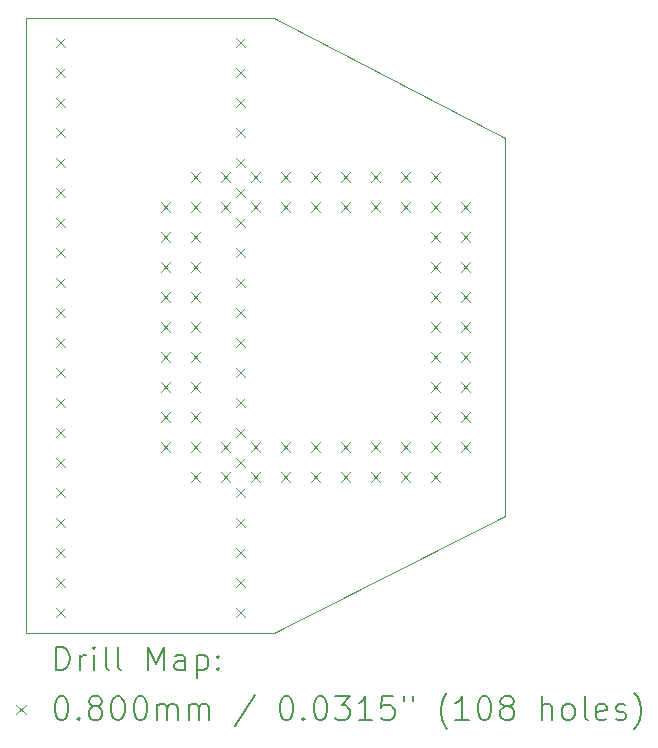
<source format=gbr>
%FSLAX45Y45*%
G04 Gerber Fmt 4.5, Leading zero omitted, Abs format (unit mm)*
G04 Created by KiCad (PCBNEW (6.0.0)) date 2023-01-29 20:41:18*
%MOMM*%
%LPD*%
G01*
G04 APERTURE LIST*
%TA.AperFunction,Profile*%
%ADD10C,0.100000*%
%TD*%
%ADD11C,0.200000*%
%ADD12C,0.080000*%
G04 APERTURE END LIST*
D10*
X11722100Y-9855200D02*
X13817600Y-9855200D01*
X15773400Y-8864600D02*
X13817600Y-9855200D01*
X11722100Y-4648200D02*
X11722100Y-8140700D01*
X13817600Y-4648200D02*
X11722100Y-4648200D01*
X15773400Y-5664200D02*
X15773400Y-8864600D01*
X13817600Y-4648200D02*
X15773400Y-5664200D01*
X11722100Y-8140700D02*
X11722100Y-9855200D01*
D11*
D12*
X11971600Y-4813150D02*
X12051600Y-4893150D01*
X12051600Y-4813150D02*
X11971600Y-4893150D01*
X11971600Y-5067150D02*
X12051600Y-5147150D01*
X12051600Y-5067150D02*
X11971600Y-5147150D01*
X11971600Y-5321150D02*
X12051600Y-5401150D01*
X12051600Y-5321150D02*
X11971600Y-5401150D01*
X11971600Y-5575150D02*
X12051600Y-5655150D01*
X12051600Y-5575150D02*
X11971600Y-5655150D01*
X11971600Y-5829150D02*
X12051600Y-5909150D01*
X12051600Y-5829150D02*
X11971600Y-5909150D01*
X11971600Y-6083150D02*
X12051600Y-6163150D01*
X12051600Y-6083150D02*
X11971600Y-6163150D01*
X11971600Y-6337150D02*
X12051600Y-6417150D01*
X12051600Y-6337150D02*
X11971600Y-6417150D01*
X11971600Y-6591150D02*
X12051600Y-6671150D01*
X12051600Y-6591150D02*
X11971600Y-6671150D01*
X11971600Y-6845150D02*
X12051600Y-6925150D01*
X12051600Y-6845150D02*
X11971600Y-6925150D01*
X11971600Y-7099150D02*
X12051600Y-7179150D01*
X12051600Y-7099150D02*
X11971600Y-7179150D01*
X11971600Y-7353150D02*
X12051600Y-7433150D01*
X12051600Y-7353150D02*
X11971600Y-7433150D01*
X11971600Y-7607150D02*
X12051600Y-7687150D01*
X12051600Y-7607150D02*
X11971600Y-7687150D01*
X11971600Y-7861150D02*
X12051600Y-7941150D01*
X12051600Y-7861150D02*
X11971600Y-7941150D01*
X11971600Y-8115150D02*
X12051600Y-8195150D01*
X12051600Y-8115150D02*
X11971600Y-8195150D01*
X11971600Y-8369150D02*
X12051600Y-8449150D01*
X12051600Y-8369150D02*
X11971600Y-8449150D01*
X11971600Y-8623150D02*
X12051600Y-8703150D01*
X12051600Y-8623150D02*
X11971600Y-8703150D01*
X11971600Y-8877150D02*
X12051600Y-8957150D01*
X12051600Y-8877150D02*
X11971600Y-8957150D01*
X11971600Y-9131150D02*
X12051600Y-9211150D01*
X12051600Y-9131150D02*
X11971600Y-9211150D01*
X11971600Y-9385150D02*
X12051600Y-9465150D01*
X12051600Y-9385150D02*
X11971600Y-9465150D01*
X11971600Y-9639150D02*
X12051600Y-9719150D01*
X12051600Y-9639150D02*
X11971600Y-9719150D01*
X12863200Y-6208400D02*
X12943200Y-6288400D01*
X12943200Y-6208400D02*
X12863200Y-6288400D01*
X12863200Y-6462400D02*
X12943200Y-6542400D01*
X12943200Y-6462400D02*
X12863200Y-6542400D01*
X12863200Y-6716400D02*
X12943200Y-6796400D01*
X12943200Y-6716400D02*
X12863200Y-6796400D01*
X12863200Y-6970400D02*
X12943200Y-7050400D01*
X12943200Y-6970400D02*
X12863200Y-7050400D01*
X12863200Y-7224400D02*
X12943200Y-7304400D01*
X12943200Y-7224400D02*
X12863200Y-7304400D01*
X12863200Y-7478400D02*
X12943200Y-7558400D01*
X12943200Y-7478400D02*
X12863200Y-7558400D01*
X12863200Y-7732400D02*
X12943200Y-7812400D01*
X12943200Y-7732400D02*
X12863200Y-7812400D01*
X12863200Y-7986400D02*
X12943200Y-8066400D01*
X12943200Y-7986400D02*
X12863200Y-8066400D01*
X12863200Y-8240400D02*
X12943200Y-8320400D01*
X12943200Y-8240400D02*
X12863200Y-8320400D01*
X13117200Y-5954400D02*
X13197200Y-6034400D01*
X13197200Y-5954400D02*
X13117200Y-6034400D01*
X13117200Y-6208400D02*
X13197200Y-6288400D01*
X13197200Y-6208400D02*
X13117200Y-6288400D01*
X13117200Y-6462400D02*
X13197200Y-6542400D01*
X13197200Y-6462400D02*
X13117200Y-6542400D01*
X13117200Y-6716400D02*
X13197200Y-6796400D01*
X13197200Y-6716400D02*
X13117200Y-6796400D01*
X13117200Y-6970400D02*
X13197200Y-7050400D01*
X13197200Y-6970400D02*
X13117200Y-7050400D01*
X13117200Y-7224400D02*
X13197200Y-7304400D01*
X13197200Y-7224400D02*
X13117200Y-7304400D01*
X13117200Y-7478400D02*
X13197200Y-7558400D01*
X13197200Y-7478400D02*
X13117200Y-7558400D01*
X13117200Y-7732400D02*
X13197200Y-7812400D01*
X13197200Y-7732400D02*
X13117200Y-7812400D01*
X13117200Y-7986400D02*
X13197200Y-8066400D01*
X13197200Y-7986400D02*
X13117200Y-8066400D01*
X13117200Y-8240400D02*
X13197200Y-8320400D01*
X13197200Y-8240400D02*
X13117200Y-8320400D01*
X13117200Y-8494400D02*
X13197200Y-8574400D01*
X13197200Y-8494400D02*
X13117200Y-8574400D01*
X13371200Y-5954400D02*
X13451200Y-6034400D01*
X13451200Y-5954400D02*
X13371200Y-6034400D01*
X13371200Y-6208400D02*
X13451200Y-6288400D01*
X13451200Y-6208400D02*
X13371200Y-6288400D01*
X13371200Y-8240400D02*
X13451200Y-8320400D01*
X13451200Y-8240400D02*
X13371200Y-8320400D01*
X13371200Y-8494400D02*
X13451200Y-8574400D01*
X13451200Y-8494400D02*
X13371200Y-8574400D01*
X13495600Y-4813150D02*
X13575600Y-4893150D01*
X13575600Y-4813150D02*
X13495600Y-4893150D01*
X13495600Y-5067150D02*
X13575600Y-5147150D01*
X13575600Y-5067150D02*
X13495600Y-5147150D01*
X13495600Y-5321150D02*
X13575600Y-5401150D01*
X13575600Y-5321150D02*
X13495600Y-5401150D01*
X13495600Y-5575150D02*
X13575600Y-5655150D01*
X13575600Y-5575150D02*
X13495600Y-5655150D01*
X13495600Y-5829150D02*
X13575600Y-5909150D01*
X13575600Y-5829150D02*
X13495600Y-5909150D01*
X13495600Y-6083150D02*
X13575600Y-6163150D01*
X13575600Y-6083150D02*
X13495600Y-6163150D01*
X13495600Y-6337150D02*
X13575600Y-6417150D01*
X13575600Y-6337150D02*
X13495600Y-6417150D01*
X13495600Y-6591150D02*
X13575600Y-6671150D01*
X13575600Y-6591150D02*
X13495600Y-6671150D01*
X13495600Y-6845150D02*
X13575600Y-6925150D01*
X13575600Y-6845150D02*
X13495600Y-6925150D01*
X13495600Y-7099150D02*
X13575600Y-7179150D01*
X13575600Y-7099150D02*
X13495600Y-7179150D01*
X13495600Y-7353150D02*
X13575600Y-7433150D01*
X13575600Y-7353150D02*
X13495600Y-7433150D01*
X13495600Y-7607150D02*
X13575600Y-7687150D01*
X13575600Y-7607150D02*
X13495600Y-7687150D01*
X13495600Y-7861150D02*
X13575600Y-7941150D01*
X13575600Y-7861150D02*
X13495600Y-7941150D01*
X13495600Y-8115150D02*
X13575600Y-8195150D01*
X13575600Y-8115150D02*
X13495600Y-8195150D01*
X13495600Y-8369150D02*
X13575600Y-8449150D01*
X13575600Y-8369150D02*
X13495600Y-8449150D01*
X13495600Y-8623150D02*
X13575600Y-8703150D01*
X13575600Y-8623150D02*
X13495600Y-8703150D01*
X13495600Y-8877150D02*
X13575600Y-8957150D01*
X13575600Y-8877150D02*
X13495600Y-8957150D01*
X13495600Y-9131150D02*
X13575600Y-9211150D01*
X13575600Y-9131150D02*
X13495600Y-9211150D01*
X13495600Y-9385150D02*
X13575600Y-9465150D01*
X13575600Y-9385150D02*
X13495600Y-9465150D01*
X13495600Y-9639150D02*
X13575600Y-9719150D01*
X13575600Y-9639150D02*
X13495600Y-9719150D01*
X13625200Y-5954400D02*
X13705200Y-6034400D01*
X13705200Y-5954400D02*
X13625200Y-6034400D01*
X13625200Y-6208400D02*
X13705200Y-6288400D01*
X13705200Y-6208400D02*
X13625200Y-6288400D01*
X13625200Y-8240400D02*
X13705200Y-8320400D01*
X13705200Y-8240400D02*
X13625200Y-8320400D01*
X13625200Y-8494400D02*
X13705200Y-8574400D01*
X13705200Y-8494400D02*
X13625200Y-8574400D01*
X13879200Y-5954400D02*
X13959200Y-6034400D01*
X13959200Y-5954400D02*
X13879200Y-6034400D01*
X13879200Y-6208400D02*
X13959200Y-6288400D01*
X13959200Y-6208400D02*
X13879200Y-6288400D01*
X13879200Y-8240400D02*
X13959200Y-8320400D01*
X13959200Y-8240400D02*
X13879200Y-8320400D01*
X13879200Y-8494400D02*
X13959200Y-8574400D01*
X13959200Y-8494400D02*
X13879200Y-8574400D01*
X14133200Y-5954400D02*
X14213200Y-6034400D01*
X14213200Y-5954400D02*
X14133200Y-6034400D01*
X14133200Y-6208400D02*
X14213200Y-6288400D01*
X14213200Y-6208400D02*
X14133200Y-6288400D01*
X14133200Y-8240400D02*
X14213200Y-8320400D01*
X14213200Y-8240400D02*
X14133200Y-8320400D01*
X14133200Y-8494400D02*
X14213200Y-8574400D01*
X14213200Y-8494400D02*
X14133200Y-8574400D01*
X14387200Y-5954400D02*
X14467200Y-6034400D01*
X14467200Y-5954400D02*
X14387200Y-6034400D01*
X14387200Y-6208400D02*
X14467200Y-6288400D01*
X14467200Y-6208400D02*
X14387200Y-6288400D01*
X14387200Y-8240400D02*
X14467200Y-8320400D01*
X14467200Y-8240400D02*
X14387200Y-8320400D01*
X14387200Y-8494400D02*
X14467200Y-8574400D01*
X14467200Y-8494400D02*
X14387200Y-8574400D01*
X14641200Y-5954400D02*
X14721200Y-6034400D01*
X14721200Y-5954400D02*
X14641200Y-6034400D01*
X14641200Y-6208400D02*
X14721200Y-6288400D01*
X14721200Y-6208400D02*
X14641200Y-6288400D01*
X14641200Y-8240400D02*
X14721200Y-8320400D01*
X14721200Y-8240400D02*
X14641200Y-8320400D01*
X14641200Y-8494400D02*
X14721200Y-8574400D01*
X14721200Y-8494400D02*
X14641200Y-8574400D01*
X14895200Y-5954400D02*
X14975200Y-6034400D01*
X14975200Y-5954400D02*
X14895200Y-6034400D01*
X14895200Y-6208400D02*
X14975200Y-6288400D01*
X14975200Y-6208400D02*
X14895200Y-6288400D01*
X14895200Y-8240400D02*
X14975200Y-8320400D01*
X14975200Y-8240400D02*
X14895200Y-8320400D01*
X14895200Y-8494400D02*
X14975200Y-8574400D01*
X14975200Y-8494400D02*
X14895200Y-8574400D01*
X15149200Y-5954400D02*
X15229200Y-6034400D01*
X15229200Y-5954400D02*
X15149200Y-6034400D01*
X15149200Y-6208400D02*
X15229200Y-6288400D01*
X15229200Y-6208400D02*
X15149200Y-6288400D01*
X15149200Y-6462400D02*
X15229200Y-6542400D01*
X15229200Y-6462400D02*
X15149200Y-6542400D01*
X15149200Y-6716400D02*
X15229200Y-6796400D01*
X15229200Y-6716400D02*
X15149200Y-6796400D01*
X15149200Y-6970400D02*
X15229200Y-7050400D01*
X15229200Y-6970400D02*
X15149200Y-7050400D01*
X15149200Y-7224400D02*
X15229200Y-7304400D01*
X15229200Y-7224400D02*
X15149200Y-7304400D01*
X15149200Y-7478400D02*
X15229200Y-7558400D01*
X15229200Y-7478400D02*
X15149200Y-7558400D01*
X15149200Y-7732400D02*
X15229200Y-7812400D01*
X15229200Y-7732400D02*
X15149200Y-7812400D01*
X15149200Y-7986400D02*
X15229200Y-8066400D01*
X15229200Y-7986400D02*
X15149200Y-8066400D01*
X15149200Y-8240400D02*
X15229200Y-8320400D01*
X15229200Y-8240400D02*
X15149200Y-8320400D01*
X15149200Y-8494400D02*
X15229200Y-8574400D01*
X15229200Y-8494400D02*
X15149200Y-8574400D01*
X15403200Y-6208400D02*
X15483200Y-6288400D01*
X15483200Y-6208400D02*
X15403200Y-6288400D01*
X15403200Y-6462400D02*
X15483200Y-6542400D01*
X15483200Y-6462400D02*
X15403200Y-6542400D01*
X15403200Y-6716400D02*
X15483200Y-6796400D01*
X15483200Y-6716400D02*
X15403200Y-6796400D01*
X15403200Y-6970400D02*
X15483200Y-7050400D01*
X15483200Y-6970400D02*
X15403200Y-7050400D01*
X15403200Y-7224400D02*
X15483200Y-7304400D01*
X15483200Y-7224400D02*
X15403200Y-7304400D01*
X15403200Y-7478400D02*
X15483200Y-7558400D01*
X15483200Y-7478400D02*
X15403200Y-7558400D01*
X15403200Y-7732400D02*
X15483200Y-7812400D01*
X15483200Y-7732400D02*
X15403200Y-7812400D01*
X15403200Y-7986400D02*
X15483200Y-8066400D01*
X15483200Y-7986400D02*
X15403200Y-8066400D01*
X15403200Y-8240400D02*
X15483200Y-8320400D01*
X15483200Y-8240400D02*
X15403200Y-8320400D01*
D11*
X11974719Y-10170676D02*
X11974719Y-9970676D01*
X12022338Y-9970676D01*
X12050909Y-9980200D01*
X12069957Y-9999248D01*
X12079481Y-10018295D01*
X12089005Y-10056390D01*
X12089005Y-10084962D01*
X12079481Y-10123057D01*
X12069957Y-10142105D01*
X12050909Y-10161152D01*
X12022338Y-10170676D01*
X11974719Y-10170676D01*
X12174719Y-10170676D02*
X12174719Y-10037343D01*
X12174719Y-10075438D02*
X12184243Y-10056390D01*
X12193767Y-10046867D01*
X12212814Y-10037343D01*
X12231862Y-10037343D01*
X12298528Y-10170676D02*
X12298528Y-10037343D01*
X12298528Y-9970676D02*
X12289005Y-9980200D01*
X12298528Y-9989724D01*
X12308052Y-9980200D01*
X12298528Y-9970676D01*
X12298528Y-9989724D01*
X12422338Y-10170676D02*
X12403290Y-10161152D01*
X12393767Y-10142105D01*
X12393767Y-9970676D01*
X12527100Y-10170676D02*
X12508052Y-10161152D01*
X12498528Y-10142105D01*
X12498528Y-9970676D01*
X12755671Y-10170676D02*
X12755671Y-9970676D01*
X12822338Y-10113533D01*
X12889005Y-9970676D01*
X12889005Y-10170676D01*
X13069957Y-10170676D02*
X13069957Y-10065914D01*
X13060433Y-10046867D01*
X13041386Y-10037343D01*
X13003290Y-10037343D01*
X12984243Y-10046867D01*
X13069957Y-10161152D02*
X13050909Y-10170676D01*
X13003290Y-10170676D01*
X12984243Y-10161152D01*
X12974719Y-10142105D01*
X12974719Y-10123057D01*
X12984243Y-10104010D01*
X13003290Y-10094486D01*
X13050909Y-10094486D01*
X13069957Y-10084962D01*
X13165195Y-10037343D02*
X13165195Y-10237343D01*
X13165195Y-10046867D02*
X13184243Y-10037343D01*
X13222338Y-10037343D01*
X13241386Y-10046867D01*
X13250909Y-10056390D01*
X13260433Y-10075438D01*
X13260433Y-10132581D01*
X13250909Y-10151629D01*
X13241386Y-10161152D01*
X13222338Y-10170676D01*
X13184243Y-10170676D01*
X13165195Y-10161152D01*
X13346148Y-10151629D02*
X13355671Y-10161152D01*
X13346148Y-10170676D01*
X13336624Y-10161152D01*
X13346148Y-10151629D01*
X13346148Y-10170676D01*
X13346148Y-10046867D02*
X13355671Y-10056390D01*
X13346148Y-10065914D01*
X13336624Y-10056390D01*
X13346148Y-10046867D01*
X13346148Y-10065914D01*
D12*
X11637100Y-10460200D02*
X11717100Y-10540200D01*
X11717100Y-10460200D02*
X11637100Y-10540200D01*
D11*
X12012814Y-10390676D02*
X12031862Y-10390676D01*
X12050909Y-10400200D01*
X12060433Y-10409724D01*
X12069957Y-10428771D01*
X12079481Y-10466867D01*
X12079481Y-10514486D01*
X12069957Y-10552581D01*
X12060433Y-10571629D01*
X12050909Y-10581152D01*
X12031862Y-10590676D01*
X12012814Y-10590676D01*
X11993767Y-10581152D01*
X11984243Y-10571629D01*
X11974719Y-10552581D01*
X11965195Y-10514486D01*
X11965195Y-10466867D01*
X11974719Y-10428771D01*
X11984243Y-10409724D01*
X11993767Y-10400200D01*
X12012814Y-10390676D01*
X12165195Y-10571629D02*
X12174719Y-10581152D01*
X12165195Y-10590676D01*
X12155671Y-10581152D01*
X12165195Y-10571629D01*
X12165195Y-10590676D01*
X12289005Y-10476390D02*
X12269957Y-10466867D01*
X12260433Y-10457343D01*
X12250909Y-10438295D01*
X12250909Y-10428771D01*
X12260433Y-10409724D01*
X12269957Y-10400200D01*
X12289005Y-10390676D01*
X12327100Y-10390676D01*
X12346148Y-10400200D01*
X12355671Y-10409724D01*
X12365195Y-10428771D01*
X12365195Y-10438295D01*
X12355671Y-10457343D01*
X12346148Y-10466867D01*
X12327100Y-10476390D01*
X12289005Y-10476390D01*
X12269957Y-10485914D01*
X12260433Y-10495438D01*
X12250909Y-10514486D01*
X12250909Y-10552581D01*
X12260433Y-10571629D01*
X12269957Y-10581152D01*
X12289005Y-10590676D01*
X12327100Y-10590676D01*
X12346148Y-10581152D01*
X12355671Y-10571629D01*
X12365195Y-10552581D01*
X12365195Y-10514486D01*
X12355671Y-10495438D01*
X12346148Y-10485914D01*
X12327100Y-10476390D01*
X12489005Y-10390676D02*
X12508052Y-10390676D01*
X12527100Y-10400200D01*
X12536624Y-10409724D01*
X12546148Y-10428771D01*
X12555671Y-10466867D01*
X12555671Y-10514486D01*
X12546148Y-10552581D01*
X12536624Y-10571629D01*
X12527100Y-10581152D01*
X12508052Y-10590676D01*
X12489005Y-10590676D01*
X12469957Y-10581152D01*
X12460433Y-10571629D01*
X12450909Y-10552581D01*
X12441386Y-10514486D01*
X12441386Y-10466867D01*
X12450909Y-10428771D01*
X12460433Y-10409724D01*
X12469957Y-10400200D01*
X12489005Y-10390676D01*
X12679481Y-10390676D02*
X12698528Y-10390676D01*
X12717576Y-10400200D01*
X12727100Y-10409724D01*
X12736624Y-10428771D01*
X12746148Y-10466867D01*
X12746148Y-10514486D01*
X12736624Y-10552581D01*
X12727100Y-10571629D01*
X12717576Y-10581152D01*
X12698528Y-10590676D01*
X12679481Y-10590676D01*
X12660433Y-10581152D01*
X12650909Y-10571629D01*
X12641386Y-10552581D01*
X12631862Y-10514486D01*
X12631862Y-10466867D01*
X12641386Y-10428771D01*
X12650909Y-10409724D01*
X12660433Y-10400200D01*
X12679481Y-10390676D01*
X12831862Y-10590676D02*
X12831862Y-10457343D01*
X12831862Y-10476390D02*
X12841386Y-10466867D01*
X12860433Y-10457343D01*
X12889005Y-10457343D01*
X12908052Y-10466867D01*
X12917576Y-10485914D01*
X12917576Y-10590676D01*
X12917576Y-10485914D02*
X12927100Y-10466867D01*
X12946148Y-10457343D01*
X12974719Y-10457343D01*
X12993767Y-10466867D01*
X13003290Y-10485914D01*
X13003290Y-10590676D01*
X13098528Y-10590676D02*
X13098528Y-10457343D01*
X13098528Y-10476390D02*
X13108052Y-10466867D01*
X13127100Y-10457343D01*
X13155671Y-10457343D01*
X13174719Y-10466867D01*
X13184243Y-10485914D01*
X13184243Y-10590676D01*
X13184243Y-10485914D02*
X13193767Y-10466867D01*
X13212814Y-10457343D01*
X13241386Y-10457343D01*
X13260433Y-10466867D01*
X13269957Y-10485914D01*
X13269957Y-10590676D01*
X13660433Y-10381152D02*
X13489005Y-10638295D01*
X13917576Y-10390676D02*
X13936624Y-10390676D01*
X13955671Y-10400200D01*
X13965195Y-10409724D01*
X13974719Y-10428771D01*
X13984243Y-10466867D01*
X13984243Y-10514486D01*
X13974719Y-10552581D01*
X13965195Y-10571629D01*
X13955671Y-10581152D01*
X13936624Y-10590676D01*
X13917576Y-10590676D01*
X13898528Y-10581152D01*
X13889005Y-10571629D01*
X13879481Y-10552581D01*
X13869957Y-10514486D01*
X13869957Y-10466867D01*
X13879481Y-10428771D01*
X13889005Y-10409724D01*
X13898528Y-10400200D01*
X13917576Y-10390676D01*
X14069957Y-10571629D02*
X14079481Y-10581152D01*
X14069957Y-10590676D01*
X14060433Y-10581152D01*
X14069957Y-10571629D01*
X14069957Y-10590676D01*
X14203290Y-10390676D02*
X14222338Y-10390676D01*
X14241386Y-10400200D01*
X14250909Y-10409724D01*
X14260433Y-10428771D01*
X14269957Y-10466867D01*
X14269957Y-10514486D01*
X14260433Y-10552581D01*
X14250909Y-10571629D01*
X14241386Y-10581152D01*
X14222338Y-10590676D01*
X14203290Y-10590676D01*
X14184243Y-10581152D01*
X14174719Y-10571629D01*
X14165195Y-10552581D01*
X14155671Y-10514486D01*
X14155671Y-10466867D01*
X14165195Y-10428771D01*
X14174719Y-10409724D01*
X14184243Y-10400200D01*
X14203290Y-10390676D01*
X14336624Y-10390676D02*
X14460433Y-10390676D01*
X14393767Y-10466867D01*
X14422338Y-10466867D01*
X14441386Y-10476390D01*
X14450909Y-10485914D01*
X14460433Y-10504962D01*
X14460433Y-10552581D01*
X14450909Y-10571629D01*
X14441386Y-10581152D01*
X14422338Y-10590676D01*
X14365195Y-10590676D01*
X14346148Y-10581152D01*
X14336624Y-10571629D01*
X14650909Y-10590676D02*
X14536624Y-10590676D01*
X14593767Y-10590676D02*
X14593767Y-10390676D01*
X14574719Y-10419248D01*
X14555671Y-10438295D01*
X14536624Y-10447819D01*
X14831862Y-10390676D02*
X14736624Y-10390676D01*
X14727100Y-10485914D01*
X14736624Y-10476390D01*
X14755671Y-10466867D01*
X14803290Y-10466867D01*
X14822338Y-10476390D01*
X14831862Y-10485914D01*
X14841386Y-10504962D01*
X14841386Y-10552581D01*
X14831862Y-10571629D01*
X14822338Y-10581152D01*
X14803290Y-10590676D01*
X14755671Y-10590676D01*
X14736624Y-10581152D01*
X14727100Y-10571629D01*
X14917576Y-10390676D02*
X14917576Y-10428771D01*
X14993767Y-10390676D02*
X14993767Y-10428771D01*
X15289005Y-10666867D02*
X15279481Y-10657343D01*
X15260433Y-10628771D01*
X15250909Y-10609724D01*
X15241386Y-10581152D01*
X15231862Y-10533533D01*
X15231862Y-10495438D01*
X15241386Y-10447819D01*
X15250909Y-10419248D01*
X15260433Y-10400200D01*
X15279481Y-10371629D01*
X15289005Y-10362105D01*
X15469957Y-10590676D02*
X15355671Y-10590676D01*
X15412814Y-10590676D02*
X15412814Y-10390676D01*
X15393767Y-10419248D01*
X15374719Y-10438295D01*
X15355671Y-10447819D01*
X15593767Y-10390676D02*
X15612814Y-10390676D01*
X15631862Y-10400200D01*
X15641386Y-10409724D01*
X15650909Y-10428771D01*
X15660433Y-10466867D01*
X15660433Y-10514486D01*
X15650909Y-10552581D01*
X15641386Y-10571629D01*
X15631862Y-10581152D01*
X15612814Y-10590676D01*
X15593767Y-10590676D01*
X15574719Y-10581152D01*
X15565195Y-10571629D01*
X15555671Y-10552581D01*
X15546148Y-10514486D01*
X15546148Y-10466867D01*
X15555671Y-10428771D01*
X15565195Y-10409724D01*
X15574719Y-10400200D01*
X15593767Y-10390676D01*
X15774719Y-10476390D02*
X15755671Y-10466867D01*
X15746148Y-10457343D01*
X15736624Y-10438295D01*
X15736624Y-10428771D01*
X15746148Y-10409724D01*
X15755671Y-10400200D01*
X15774719Y-10390676D01*
X15812814Y-10390676D01*
X15831862Y-10400200D01*
X15841386Y-10409724D01*
X15850909Y-10428771D01*
X15850909Y-10438295D01*
X15841386Y-10457343D01*
X15831862Y-10466867D01*
X15812814Y-10476390D01*
X15774719Y-10476390D01*
X15755671Y-10485914D01*
X15746148Y-10495438D01*
X15736624Y-10514486D01*
X15736624Y-10552581D01*
X15746148Y-10571629D01*
X15755671Y-10581152D01*
X15774719Y-10590676D01*
X15812814Y-10590676D01*
X15831862Y-10581152D01*
X15841386Y-10571629D01*
X15850909Y-10552581D01*
X15850909Y-10514486D01*
X15841386Y-10495438D01*
X15831862Y-10485914D01*
X15812814Y-10476390D01*
X16089005Y-10590676D02*
X16089005Y-10390676D01*
X16174719Y-10590676D02*
X16174719Y-10485914D01*
X16165195Y-10466867D01*
X16146148Y-10457343D01*
X16117576Y-10457343D01*
X16098528Y-10466867D01*
X16089005Y-10476390D01*
X16298528Y-10590676D02*
X16279481Y-10581152D01*
X16269957Y-10571629D01*
X16260433Y-10552581D01*
X16260433Y-10495438D01*
X16269957Y-10476390D01*
X16279481Y-10466867D01*
X16298528Y-10457343D01*
X16327100Y-10457343D01*
X16346148Y-10466867D01*
X16355671Y-10476390D01*
X16365195Y-10495438D01*
X16365195Y-10552581D01*
X16355671Y-10571629D01*
X16346148Y-10581152D01*
X16327100Y-10590676D01*
X16298528Y-10590676D01*
X16479481Y-10590676D02*
X16460433Y-10581152D01*
X16450909Y-10562105D01*
X16450909Y-10390676D01*
X16631862Y-10581152D02*
X16612814Y-10590676D01*
X16574719Y-10590676D01*
X16555671Y-10581152D01*
X16546148Y-10562105D01*
X16546148Y-10485914D01*
X16555671Y-10466867D01*
X16574719Y-10457343D01*
X16612814Y-10457343D01*
X16631862Y-10466867D01*
X16641386Y-10485914D01*
X16641386Y-10504962D01*
X16546148Y-10524010D01*
X16717576Y-10581152D02*
X16736624Y-10590676D01*
X16774719Y-10590676D01*
X16793767Y-10581152D01*
X16803290Y-10562105D01*
X16803290Y-10552581D01*
X16793767Y-10533533D01*
X16774719Y-10524010D01*
X16746148Y-10524010D01*
X16727100Y-10514486D01*
X16717576Y-10495438D01*
X16717576Y-10485914D01*
X16727100Y-10466867D01*
X16746148Y-10457343D01*
X16774719Y-10457343D01*
X16793767Y-10466867D01*
X16869957Y-10666867D02*
X16879481Y-10657343D01*
X16898529Y-10628771D01*
X16908052Y-10609724D01*
X16917576Y-10581152D01*
X16927100Y-10533533D01*
X16927100Y-10495438D01*
X16917576Y-10447819D01*
X16908052Y-10419248D01*
X16898529Y-10400200D01*
X16879481Y-10371629D01*
X16869957Y-10362105D01*
M02*

</source>
